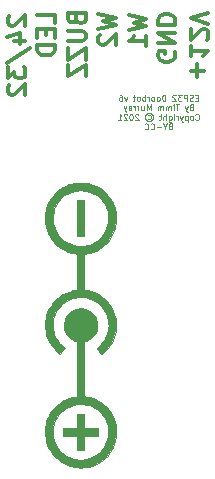
<source format=gbr>
%TF.GenerationSoftware,KiCad,Pcbnew,8.0.9-8.0.9-0~ubuntu24.04.1*%
%TF.CreationDate,2025-09-28T08:38:58-05:00*%
%TF.ProjectId,esp32_doorbot,65737033-325f-4646-9f6f-72626f742e6b,rev?*%
%TF.SameCoordinates,Original*%
%TF.FileFunction,Legend,Bot*%
%TF.FilePolarity,Positive*%
%FSLAX46Y46*%
G04 Gerber Fmt 4.6, Leading zero omitted, Abs format (unit mm)*
G04 Created by KiCad (PCBNEW 8.0.9-8.0.9-0~ubuntu24.04.1) date 2025-09-28 08:38:58*
%MOMM*%
%LPD*%
G01*
G04 APERTURE LIST*
%ADD10C,0.300000*%
%ADD11C,0.100000*%
%ADD12C,0.010000*%
G04 APERTURE END LIST*
D10*
X105171185Y-101817858D02*
X105099757Y-101889286D01*
X105099757Y-101889286D02*
X105028328Y-102032144D01*
X105028328Y-102032144D02*
X105028328Y-102389286D01*
X105028328Y-102389286D02*
X105099757Y-102532144D01*
X105099757Y-102532144D02*
X105171185Y-102603572D01*
X105171185Y-102603572D02*
X105314042Y-102675001D01*
X105314042Y-102675001D02*
X105456900Y-102675001D01*
X105456900Y-102675001D02*
X105671185Y-102603572D01*
X105671185Y-102603572D02*
X106528328Y-101746429D01*
X106528328Y-101746429D02*
X106528328Y-102675001D01*
X105528328Y-103960715D02*
X106528328Y-103960715D01*
X104956900Y-103603572D02*
X106028328Y-103246429D01*
X106028328Y-103246429D02*
X106028328Y-104175000D01*
X104956900Y-105817857D02*
X106885471Y-104532143D01*
X105028328Y-106175000D02*
X105028328Y-107103572D01*
X105028328Y-107103572D02*
X105599757Y-106603572D01*
X105599757Y-106603572D02*
X105599757Y-106817857D01*
X105599757Y-106817857D02*
X105671185Y-106960715D01*
X105671185Y-106960715D02*
X105742614Y-107032143D01*
X105742614Y-107032143D02*
X105885471Y-107103572D01*
X105885471Y-107103572D02*
X106242614Y-107103572D01*
X106242614Y-107103572D02*
X106385471Y-107032143D01*
X106385471Y-107032143D02*
X106456900Y-106960715D01*
X106456900Y-106960715D02*
X106528328Y-106817857D01*
X106528328Y-106817857D02*
X106528328Y-106389286D01*
X106528328Y-106389286D02*
X106456900Y-106246429D01*
X106456900Y-106246429D02*
X106385471Y-106175000D01*
X105171185Y-107675000D02*
X105099757Y-107746428D01*
X105099757Y-107746428D02*
X105028328Y-107889286D01*
X105028328Y-107889286D02*
X105028328Y-108246428D01*
X105028328Y-108246428D02*
X105099757Y-108389286D01*
X105099757Y-108389286D02*
X105171185Y-108460714D01*
X105171185Y-108460714D02*
X105314042Y-108532143D01*
X105314042Y-108532143D02*
X105456900Y-108532143D01*
X105456900Y-108532143D02*
X105671185Y-108460714D01*
X105671185Y-108460714D02*
X106528328Y-107603571D01*
X106528328Y-107603571D02*
X106528328Y-108532143D01*
X110842614Y-102092857D02*
X110914042Y-102307143D01*
X110914042Y-102307143D02*
X110985471Y-102378572D01*
X110985471Y-102378572D02*
X111128328Y-102450000D01*
X111128328Y-102450000D02*
X111342614Y-102450000D01*
X111342614Y-102450000D02*
X111485471Y-102378572D01*
X111485471Y-102378572D02*
X111556900Y-102307143D01*
X111556900Y-102307143D02*
X111628328Y-102164286D01*
X111628328Y-102164286D02*
X111628328Y-101592857D01*
X111628328Y-101592857D02*
X110128328Y-101592857D01*
X110128328Y-101592857D02*
X110128328Y-102092857D01*
X110128328Y-102092857D02*
X110199757Y-102235715D01*
X110199757Y-102235715D02*
X110271185Y-102307143D01*
X110271185Y-102307143D02*
X110414042Y-102378572D01*
X110414042Y-102378572D02*
X110556900Y-102378572D01*
X110556900Y-102378572D02*
X110699757Y-102307143D01*
X110699757Y-102307143D02*
X110771185Y-102235715D01*
X110771185Y-102235715D02*
X110842614Y-102092857D01*
X110842614Y-102092857D02*
X110842614Y-101592857D01*
X110128328Y-103092857D02*
X111342614Y-103092857D01*
X111342614Y-103092857D02*
X111485471Y-103164286D01*
X111485471Y-103164286D02*
X111556900Y-103235715D01*
X111556900Y-103235715D02*
X111628328Y-103378572D01*
X111628328Y-103378572D02*
X111628328Y-103664286D01*
X111628328Y-103664286D02*
X111556900Y-103807143D01*
X111556900Y-103807143D02*
X111485471Y-103878572D01*
X111485471Y-103878572D02*
X111342614Y-103950000D01*
X111342614Y-103950000D02*
X110128328Y-103950000D01*
X110128328Y-104521429D02*
X110128328Y-105521429D01*
X110128328Y-105521429D02*
X111628328Y-104521429D01*
X111628328Y-104521429D02*
X111628328Y-105521429D01*
X110128328Y-105950000D02*
X110128328Y-106950000D01*
X110128328Y-106950000D02*
X111628328Y-105950000D01*
X111628328Y-105950000D02*
X111628328Y-106950000D01*
X121093100Y-107042856D02*
X121093100Y-105899999D01*
X120521671Y-106471427D02*
X121664528Y-106471427D01*
X120521671Y-104399998D02*
X120521671Y-105257141D01*
X120521671Y-104828570D02*
X122021671Y-104828570D01*
X122021671Y-104828570D02*
X121807385Y-104971427D01*
X121807385Y-104971427D02*
X121664528Y-105114284D01*
X121664528Y-105114284D02*
X121593100Y-105257141D01*
X121878814Y-103828570D02*
X121950242Y-103757142D01*
X121950242Y-103757142D02*
X122021671Y-103614285D01*
X122021671Y-103614285D02*
X122021671Y-103257142D01*
X122021671Y-103257142D02*
X121950242Y-103114285D01*
X121950242Y-103114285D02*
X121878814Y-103042856D01*
X121878814Y-103042856D02*
X121735957Y-102971427D01*
X121735957Y-102971427D02*
X121593100Y-102971427D01*
X121593100Y-102971427D02*
X121378814Y-103042856D01*
X121378814Y-103042856D02*
X120521671Y-103899999D01*
X120521671Y-103899999D02*
X120521671Y-102971427D01*
X122021671Y-102542856D02*
X120521671Y-102042856D01*
X120521671Y-102042856D02*
X122021671Y-101542856D01*
X112703328Y-101642857D02*
X114203328Y-102000000D01*
X114203328Y-102000000D02*
X113131900Y-102285714D01*
X113131900Y-102285714D02*
X114203328Y-102571429D01*
X114203328Y-102571429D02*
X112703328Y-102928572D01*
X112846185Y-103428572D02*
X112774757Y-103500000D01*
X112774757Y-103500000D02*
X112703328Y-103642858D01*
X112703328Y-103642858D02*
X112703328Y-104000000D01*
X112703328Y-104000000D02*
X112774757Y-104142858D01*
X112774757Y-104142858D02*
X112846185Y-104214286D01*
X112846185Y-104214286D02*
X112989042Y-104285715D01*
X112989042Y-104285715D02*
X113131900Y-104285715D01*
X113131900Y-104285715D02*
X113346185Y-104214286D01*
X113346185Y-104214286D02*
X114203328Y-103357143D01*
X114203328Y-103357143D02*
X114203328Y-104285715D01*
X115253328Y-101767857D02*
X116753328Y-102125000D01*
X116753328Y-102125000D02*
X115681900Y-102410714D01*
X115681900Y-102410714D02*
X116753328Y-102696429D01*
X116753328Y-102696429D02*
X115253328Y-103053572D01*
X116753328Y-104410715D02*
X116753328Y-103553572D01*
X116753328Y-103982143D02*
X115253328Y-103982143D01*
X115253328Y-103982143D02*
X115467614Y-103839286D01*
X115467614Y-103839286D02*
X115610471Y-103696429D01*
X115610471Y-103696429D02*
X115681900Y-103553572D01*
X109028328Y-102460714D02*
X109028328Y-101746428D01*
X109028328Y-101746428D02*
X107528328Y-101746428D01*
X108242614Y-102960714D02*
X108242614Y-103460714D01*
X109028328Y-103675000D02*
X109028328Y-102960714D01*
X109028328Y-102960714D02*
X107528328Y-102960714D01*
X107528328Y-102960714D02*
X107528328Y-103675000D01*
X109028328Y-104317857D02*
X107528328Y-104317857D01*
X107528328Y-104317857D02*
X107528328Y-104675000D01*
X107528328Y-104675000D02*
X107599757Y-104889286D01*
X107599757Y-104889286D02*
X107742614Y-105032143D01*
X107742614Y-105032143D02*
X107885471Y-105103572D01*
X107885471Y-105103572D02*
X108171185Y-105175000D01*
X108171185Y-105175000D02*
X108385471Y-105175000D01*
X108385471Y-105175000D02*
X108671185Y-105103572D01*
X108671185Y-105103572D02*
X108814042Y-105032143D01*
X108814042Y-105032143D02*
X108956900Y-104889286D01*
X108956900Y-104889286D02*
X109028328Y-104675000D01*
X109028328Y-104675000D02*
X109028328Y-104317857D01*
X119150242Y-104842856D02*
X119221671Y-104985714D01*
X119221671Y-104985714D02*
X119221671Y-105199999D01*
X119221671Y-105199999D02*
X119150242Y-105414285D01*
X119150242Y-105414285D02*
X119007385Y-105557142D01*
X119007385Y-105557142D02*
X118864528Y-105628571D01*
X118864528Y-105628571D02*
X118578814Y-105699999D01*
X118578814Y-105699999D02*
X118364528Y-105699999D01*
X118364528Y-105699999D02*
X118078814Y-105628571D01*
X118078814Y-105628571D02*
X117935957Y-105557142D01*
X117935957Y-105557142D02*
X117793100Y-105414285D01*
X117793100Y-105414285D02*
X117721671Y-105199999D01*
X117721671Y-105199999D02*
X117721671Y-105057142D01*
X117721671Y-105057142D02*
X117793100Y-104842856D01*
X117793100Y-104842856D02*
X117864528Y-104771428D01*
X117864528Y-104771428D02*
X118364528Y-104771428D01*
X118364528Y-104771428D02*
X118364528Y-105057142D01*
X117721671Y-104128571D02*
X119221671Y-104128571D01*
X119221671Y-104128571D02*
X117721671Y-103271428D01*
X117721671Y-103271428D02*
X119221671Y-103271428D01*
X117721671Y-102557142D02*
X119221671Y-102557142D01*
X119221671Y-102557142D02*
X119221671Y-102199999D01*
X119221671Y-102199999D02*
X119150242Y-101985713D01*
X119150242Y-101985713D02*
X119007385Y-101842856D01*
X119007385Y-101842856D02*
X118864528Y-101771427D01*
X118864528Y-101771427D02*
X118578814Y-101699999D01*
X118578814Y-101699999D02*
X118364528Y-101699999D01*
X118364528Y-101699999D02*
X118078814Y-101771427D01*
X118078814Y-101771427D02*
X117935957Y-101842856D01*
X117935957Y-101842856D02*
X117793100Y-101985713D01*
X117793100Y-101985713D02*
X117721671Y-102199999D01*
X117721671Y-102199999D02*
X117721671Y-102557142D01*
D11*
X121133331Y-108756746D02*
X120966664Y-108756746D01*
X120895236Y-109018651D02*
X121133331Y-109018651D01*
X121133331Y-109018651D02*
X121133331Y-108518651D01*
X121133331Y-108518651D02*
X120895236Y-108518651D01*
X120704759Y-108994842D02*
X120633331Y-109018651D01*
X120633331Y-109018651D02*
X120514283Y-109018651D01*
X120514283Y-109018651D02*
X120466664Y-108994842D01*
X120466664Y-108994842D02*
X120442855Y-108971032D01*
X120442855Y-108971032D02*
X120419045Y-108923413D01*
X120419045Y-108923413D02*
X120419045Y-108875794D01*
X120419045Y-108875794D02*
X120442855Y-108828175D01*
X120442855Y-108828175D02*
X120466664Y-108804365D01*
X120466664Y-108804365D02*
X120514283Y-108780556D01*
X120514283Y-108780556D02*
X120609521Y-108756746D01*
X120609521Y-108756746D02*
X120657140Y-108732937D01*
X120657140Y-108732937D02*
X120680950Y-108709127D01*
X120680950Y-108709127D02*
X120704759Y-108661508D01*
X120704759Y-108661508D02*
X120704759Y-108613889D01*
X120704759Y-108613889D02*
X120680950Y-108566270D01*
X120680950Y-108566270D02*
X120657140Y-108542461D01*
X120657140Y-108542461D02*
X120609521Y-108518651D01*
X120609521Y-108518651D02*
X120490474Y-108518651D01*
X120490474Y-108518651D02*
X120419045Y-108542461D01*
X120204760Y-109018651D02*
X120204760Y-108518651D01*
X120204760Y-108518651D02*
X120014284Y-108518651D01*
X120014284Y-108518651D02*
X119966665Y-108542461D01*
X119966665Y-108542461D02*
X119942855Y-108566270D01*
X119942855Y-108566270D02*
X119919046Y-108613889D01*
X119919046Y-108613889D02*
X119919046Y-108685318D01*
X119919046Y-108685318D02*
X119942855Y-108732937D01*
X119942855Y-108732937D02*
X119966665Y-108756746D01*
X119966665Y-108756746D02*
X120014284Y-108780556D01*
X120014284Y-108780556D02*
X120204760Y-108780556D01*
X119752379Y-108518651D02*
X119442855Y-108518651D01*
X119442855Y-108518651D02*
X119609522Y-108709127D01*
X119609522Y-108709127D02*
X119538093Y-108709127D01*
X119538093Y-108709127D02*
X119490474Y-108732937D01*
X119490474Y-108732937D02*
X119466665Y-108756746D01*
X119466665Y-108756746D02*
X119442855Y-108804365D01*
X119442855Y-108804365D02*
X119442855Y-108923413D01*
X119442855Y-108923413D02*
X119466665Y-108971032D01*
X119466665Y-108971032D02*
X119490474Y-108994842D01*
X119490474Y-108994842D02*
X119538093Y-109018651D01*
X119538093Y-109018651D02*
X119680950Y-109018651D01*
X119680950Y-109018651D02*
X119728569Y-108994842D01*
X119728569Y-108994842D02*
X119752379Y-108971032D01*
X119252379Y-108566270D02*
X119228570Y-108542461D01*
X119228570Y-108542461D02*
X119180951Y-108518651D01*
X119180951Y-108518651D02*
X119061903Y-108518651D01*
X119061903Y-108518651D02*
X119014284Y-108542461D01*
X119014284Y-108542461D02*
X118990475Y-108566270D01*
X118990475Y-108566270D02*
X118966665Y-108613889D01*
X118966665Y-108613889D02*
X118966665Y-108661508D01*
X118966665Y-108661508D02*
X118990475Y-108732937D01*
X118990475Y-108732937D02*
X119276189Y-109018651D01*
X119276189Y-109018651D02*
X118966665Y-109018651D01*
X118371428Y-109018651D02*
X118371428Y-108518651D01*
X118371428Y-108518651D02*
X118252380Y-108518651D01*
X118252380Y-108518651D02*
X118180952Y-108542461D01*
X118180952Y-108542461D02*
X118133333Y-108590080D01*
X118133333Y-108590080D02*
X118109523Y-108637699D01*
X118109523Y-108637699D02*
X118085714Y-108732937D01*
X118085714Y-108732937D02*
X118085714Y-108804365D01*
X118085714Y-108804365D02*
X118109523Y-108899603D01*
X118109523Y-108899603D02*
X118133333Y-108947222D01*
X118133333Y-108947222D02*
X118180952Y-108994842D01*
X118180952Y-108994842D02*
X118252380Y-109018651D01*
X118252380Y-109018651D02*
X118371428Y-109018651D01*
X117799999Y-109018651D02*
X117847618Y-108994842D01*
X117847618Y-108994842D02*
X117871428Y-108971032D01*
X117871428Y-108971032D02*
X117895237Y-108923413D01*
X117895237Y-108923413D02*
X117895237Y-108780556D01*
X117895237Y-108780556D02*
X117871428Y-108732937D01*
X117871428Y-108732937D02*
X117847618Y-108709127D01*
X117847618Y-108709127D02*
X117799999Y-108685318D01*
X117799999Y-108685318D02*
X117728571Y-108685318D01*
X117728571Y-108685318D02*
X117680952Y-108709127D01*
X117680952Y-108709127D02*
X117657142Y-108732937D01*
X117657142Y-108732937D02*
X117633333Y-108780556D01*
X117633333Y-108780556D02*
X117633333Y-108923413D01*
X117633333Y-108923413D02*
X117657142Y-108971032D01*
X117657142Y-108971032D02*
X117680952Y-108994842D01*
X117680952Y-108994842D02*
X117728571Y-109018651D01*
X117728571Y-109018651D02*
X117799999Y-109018651D01*
X117347618Y-109018651D02*
X117395237Y-108994842D01*
X117395237Y-108994842D02*
X117419047Y-108971032D01*
X117419047Y-108971032D02*
X117442856Y-108923413D01*
X117442856Y-108923413D02*
X117442856Y-108780556D01*
X117442856Y-108780556D02*
X117419047Y-108732937D01*
X117419047Y-108732937D02*
X117395237Y-108709127D01*
X117395237Y-108709127D02*
X117347618Y-108685318D01*
X117347618Y-108685318D02*
X117276190Y-108685318D01*
X117276190Y-108685318D02*
X117228571Y-108709127D01*
X117228571Y-108709127D02*
X117204761Y-108732937D01*
X117204761Y-108732937D02*
X117180952Y-108780556D01*
X117180952Y-108780556D02*
X117180952Y-108923413D01*
X117180952Y-108923413D02*
X117204761Y-108971032D01*
X117204761Y-108971032D02*
X117228571Y-108994842D01*
X117228571Y-108994842D02*
X117276190Y-109018651D01*
X117276190Y-109018651D02*
X117347618Y-109018651D01*
X116966666Y-109018651D02*
X116966666Y-108685318D01*
X116966666Y-108780556D02*
X116942856Y-108732937D01*
X116942856Y-108732937D02*
X116919047Y-108709127D01*
X116919047Y-108709127D02*
X116871428Y-108685318D01*
X116871428Y-108685318D02*
X116823809Y-108685318D01*
X116657142Y-109018651D02*
X116657142Y-108518651D01*
X116657142Y-108709127D02*
X116609523Y-108685318D01*
X116609523Y-108685318D02*
X116514285Y-108685318D01*
X116514285Y-108685318D02*
X116466666Y-108709127D01*
X116466666Y-108709127D02*
X116442856Y-108732937D01*
X116442856Y-108732937D02*
X116419047Y-108780556D01*
X116419047Y-108780556D02*
X116419047Y-108923413D01*
X116419047Y-108923413D02*
X116442856Y-108971032D01*
X116442856Y-108971032D02*
X116466666Y-108994842D01*
X116466666Y-108994842D02*
X116514285Y-109018651D01*
X116514285Y-109018651D02*
X116609523Y-109018651D01*
X116609523Y-109018651D02*
X116657142Y-108994842D01*
X116133332Y-109018651D02*
X116180951Y-108994842D01*
X116180951Y-108994842D02*
X116204761Y-108971032D01*
X116204761Y-108971032D02*
X116228570Y-108923413D01*
X116228570Y-108923413D02*
X116228570Y-108780556D01*
X116228570Y-108780556D02*
X116204761Y-108732937D01*
X116204761Y-108732937D02*
X116180951Y-108709127D01*
X116180951Y-108709127D02*
X116133332Y-108685318D01*
X116133332Y-108685318D02*
X116061904Y-108685318D01*
X116061904Y-108685318D02*
X116014285Y-108709127D01*
X116014285Y-108709127D02*
X115990475Y-108732937D01*
X115990475Y-108732937D02*
X115966666Y-108780556D01*
X115966666Y-108780556D02*
X115966666Y-108923413D01*
X115966666Y-108923413D02*
X115990475Y-108971032D01*
X115990475Y-108971032D02*
X116014285Y-108994842D01*
X116014285Y-108994842D02*
X116061904Y-109018651D01*
X116061904Y-109018651D02*
X116133332Y-109018651D01*
X115823808Y-108685318D02*
X115633332Y-108685318D01*
X115752380Y-108518651D02*
X115752380Y-108947222D01*
X115752380Y-108947222D02*
X115728570Y-108994842D01*
X115728570Y-108994842D02*
X115680951Y-109018651D01*
X115680951Y-109018651D02*
X115633332Y-109018651D01*
X115133333Y-108685318D02*
X115014285Y-109018651D01*
X115014285Y-109018651D02*
X114895238Y-108685318D01*
X114490476Y-108518651D02*
X114585714Y-108518651D01*
X114585714Y-108518651D02*
X114633333Y-108542461D01*
X114633333Y-108542461D02*
X114657143Y-108566270D01*
X114657143Y-108566270D02*
X114704762Y-108637699D01*
X114704762Y-108637699D02*
X114728571Y-108732937D01*
X114728571Y-108732937D02*
X114728571Y-108923413D01*
X114728571Y-108923413D02*
X114704762Y-108971032D01*
X114704762Y-108971032D02*
X114680952Y-108994842D01*
X114680952Y-108994842D02*
X114633333Y-109018651D01*
X114633333Y-109018651D02*
X114538095Y-109018651D01*
X114538095Y-109018651D02*
X114490476Y-108994842D01*
X114490476Y-108994842D02*
X114466667Y-108971032D01*
X114466667Y-108971032D02*
X114442857Y-108923413D01*
X114442857Y-108923413D02*
X114442857Y-108804365D01*
X114442857Y-108804365D02*
X114466667Y-108756746D01*
X114466667Y-108756746D02*
X114490476Y-108732937D01*
X114490476Y-108732937D02*
X114538095Y-108709127D01*
X114538095Y-108709127D02*
X114633333Y-108709127D01*
X114633333Y-108709127D02*
X114680952Y-108732937D01*
X114680952Y-108732937D02*
X114704762Y-108756746D01*
X114704762Y-108756746D02*
X114728571Y-108804365D01*
X120549999Y-109561718D02*
X120478571Y-109585528D01*
X120478571Y-109585528D02*
X120454761Y-109609337D01*
X120454761Y-109609337D02*
X120430952Y-109656956D01*
X120430952Y-109656956D02*
X120430952Y-109728385D01*
X120430952Y-109728385D02*
X120454761Y-109776004D01*
X120454761Y-109776004D02*
X120478571Y-109799814D01*
X120478571Y-109799814D02*
X120526190Y-109823623D01*
X120526190Y-109823623D02*
X120716666Y-109823623D01*
X120716666Y-109823623D02*
X120716666Y-109323623D01*
X120716666Y-109323623D02*
X120549999Y-109323623D01*
X120549999Y-109323623D02*
X120502380Y-109347433D01*
X120502380Y-109347433D02*
X120478571Y-109371242D01*
X120478571Y-109371242D02*
X120454761Y-109418861D01*
X120454761Y-109418861D02*
X120454761Y-109466480D01*
X120454761Y-109466480D02*
X120478571Y-109514099D01*
X120478571Y-109514099D02*
X120502380Y-109537909D01*
X120502380Y-109537909D02*
X120549999Y-109561718D01*
X120549999Y-109561718D02*
X120716666Y-109561718D01*
X120264285Y-109490290D02*
X120145237Y-109823623D01*
X120026190Y-109490290D02*
X120145237Y-109823623D01*
X120145237Y-109823623D02*
X120192856Y-109942671D01*
X120192856Y-109942671D02*
X120216666Y-109966480D01*
X120216666Y-109966480D02*
X120264285Y-109990290D01*
X119526190Y-109323623D02*
X119240476Y-109323623D01*
X119383333Y-109823623D02*
X119383333Y-109323623D01*
X119073810Y-109823623D02*
X119073810Y-109490290D01*
X119073810Y-109323623D02*
X119097619Y-109347433D01*
X119097619Y-109347433D02*
X119073810Y-109371242D01*
X119073810Y-109371242D02*
X119050000Y-109347433D01*
X119050000Y-109347433D02*
X119073810Y-109323623D01*
X119073810Y-109323623D02*
X119073810Y-109371242D01*
X118835715Y-109823623D02*
X118835715Y-109490290D01*
X118835715Y-109537909D02*
X118811905Y-109514099D01*
X118811905Y-109514099D02*
X118764286Y-109490290D01*
X118764286Y-109490290D02*
X118692858Y-109490290D01*
X118692858Y-109490290D02*
X118645239Y-109514099D01*
X118645239Y-109514099D02*
X118621429Y-109561718D01*
X118621429Y-109561718D02*
X118621429Y-109823623D01*
X118621429Y-109561718D02*
X118597620Y-109514099D01*
X118597620Y-109514099D02*
X118550001Y-109490290D01*
X118550001Y-109490290D02*
X118478572Y-109490290D01*
X118478572Y-109490290D02*
X118430953Y-109514099D01*
X118430953Y-109514099D02*
X118407143Y-109561718D01*
X118407143Y-109561718D02*
X118407143Y-109823623D01*
X118169048Y-109823623D02*
X118169048Y-109490290D01*
X118169048Y-109537909D02*
X118145238Y-109514099D01*
X118145238Y-109514099D02*
X118097619Y-109490290D01*
X118097619Y-109490290D02*
X118026191Y-109490290D01*
X118026191Y-109490290D02*
X117978572Y-109514099D01*
X117978572Y-109514099D02*
X117954762Y-109561718D01*
X117954762Y-109561718D02*
X117954762Y-109823623D01*
X117954762Y-109561718D02*
X117930953Y-109514099D01*
X117930953Y-109514099D02*
X117883334Y-109490290D01*
X117883334Y-109490290D02*
X117811905Y-109490290D01*
X117811905Y-109490290D02*
X117764286Y-109514099D01*
X117764286Y-109514099D02*
X117740476Y-109561718D01*
X117740476Y-109561718D02*
X117740476Y-109823623D01*
X117121429Y-109823623D02*
X117121429Y-109323623D01*
X117121429Y-109323623D02*
X116954762Y-109680766D01*
X116954762Y-109680766D02*
X116788096Y-109323623D01*
X116788096Y-109323623D02*
X116788096Y-109823623D01*
X116335714Y-109490290D02*
X116335714Y-109823623D01*
X116550000Y-109490290D02*
X116550000Y-109752194D01*
X116550000Y-109752194D02*
X116526190Y-109799814D01*
X116526190Y-109799814D02*
X116478571Y-109823623D01*
X116478571Y-109823623D02*
X116407143Y-109823623D01*
X116407143Y-109823623D02*
X116359524Y-109799814D01*
X116359524Y-109799814D02*
X116335714Y-109776004D01*
X116097619Y-109823623D02*
X116097619Y-109490290D01*
X116097619Y-109585528D02*
X116073809Y-109537909D01*
X116073809Y-109537909D02*
X116050000Y-109514099D01*
X116050000Y-109514099D02*
X116002381Y-109490290D01*
X116002381Y-109490290D02*
X115954762Y-109490290D01*
X115788095Y-109823623D02*
X115788095Y-109490290D01*
X115788095Y-109585528D02*
X115764285Y-109537909D01*
X115764285Y-109537909D02*
X115740476Y-109514099D01*
X115740476Y-109514099D02*
X115692857Y-109490290D01*
X115692857Y-109490290D02*
X115645238Y-109490290D01*
X115264285Y-109823623D02*
X115264285Y-109561718D01*
X115264285Y-109561718D02*
X115288095Y-109514099D01*
X115288095Y-109514099D02*
X115335714Y-109490290D01*
X115335714Y-109490290D02*
X115430952Y-109490290D01*
X115430952Y-109490290D02*
X115478571Y-109514099D01*
X115264285Y-109799814D02*
X115311904Y-109823623D01*
X115311904Y-109823623D02*
X115430952Y-109823623D01*
X115430952Y-109823623D02*
X115478571Y-109799814D01*
X115478571Y-109799814D02*
X115502380Y-109752194D01*
X115502380Y-109752194D02*
X115502380Y-109704575D01*
X115502380Y-109704575D02*
X115478571Y-109656956D01*
X115478571Y-109656956D02*
X115430952Y-109633147D01*
X115430952Y-109633147D02*
X115311904Y-109633147D01*
X115311904Y-109633147D02*
X115264285Y-109609337D01*
X115073809Y-109490290D02*
X114954761Y-109823623D01*
X114835714Y-109490290D02*
X114954761Y-109823623D01*
X114954761Y-109823623D02*
X115002380Y-109942671D01*
X115002380Y-109942671D02*
X115026190Y-109966480D01*
X115026190Y-109966480D02*
X115073809Y-109990290D01*
X120919046Y-110580976D02*
X120942855Y-110604786D01*
X120942855Y-110604786D02*
X121014284Y-110628595D01*
X121014284Y-110628595D02*
X121061903Y-110628595D01*
X121061903Y-110628595D02*
X121133331Y-110604786D01*
X121133331Y-110604786D02*
X121180950Y-110557166D01*
X121180950Y-110557166D02*
X121204760Y-110509547D01*
X121204760Y-110509547D02*
X121228569Y-110414309D01*
X121228569Y-110414309D02*
X121228569Y-110342881D01*
X121228569Y-110342881D02*
X121204760Y-110247643D01*
X121204760Y-110247643D02*
X121180950Y-110200024D01*
X121180950Y-110200024D02*
X121133331Y-110152405D01*
X121133331Y-110152405D02*
X121061903Y-110128595D01*
X121061903Y-110128595D02*
X121014284Y-110128595D01*
X121014284Y-110128595D02*
X120942855Y-110152405D01*
X120942855Y-110152405D02*
X120919046Y-110176214D01*
X120633331Y-110628595D02*
X120680950Y-110604786D01*
X120680950Y-110604786D02*
X120704760Y-110580976D01*
X120704760Y-110580976D02*
X120728569Y-110533357D01*
X120728569Y-110533357D02*
X120728569Y-110390500D01*
X120728569Y-110390500D02*
X120704760Y-110342881D01*
X120704760Y-110342881D02*
X120680950Y-110319071D01*
X120680950Y-110319071D02*
X120633331Y-110295262D01*
X120633331Y-110295262D02*
X120561903Y-110295262D01*
X120561903Y-110295262D02*
X120514284Y-110319071D01*
X120514284Y-110319071D02*
X120490474Y-110342881D01*
X120490474Y-110342881D02*
X120466665Y-110390500D01*
X120466665Y-110390500D02*
X120466665Y-110533357D01*
X120466665Y-110533357D02*
X120490474Y-110580976D01*
X120490474Y-110580976D02*
X120514284Y-110604786D01*
X120514284Y-110604786D02*
X120561903Y-110628595D01*
X120561903Y-110628595D02*
X120633331Y-110628595D01*
X120252379Y-110295262D02*
X120252379Y-110795262D01*
X120252379Y-110319071D02*
X120204760Y-110295262D01*
X120204760Y-110295262D02*
X120109522Y-110295262D01*
X120109522Y-110295262D02*
X120061903Y-110319071D01*
X120061903Y-110319071D02*
X120038093Y-110342881D01*
X120038093Y-110342881D02*
X120014284Y-110390500D01*
X120014284Y-110390500D02*
X120014284Y-110533357D01*
X120014284Y-110533357D02*
X120038093Y-110580976D01*
X120038093Y-110580976D02*
X120061903Y-110604786D01*
X120061903Y-110604786D02*
X120109522Y-110628595D01*
X120109522Y-110628595D02*
X120204760Y-110628595D01*
X120204760Y-110628595D02*
X120252379Y-110604786D01*
X119847617Y-110295262D02*
X119728569Y-110628595D01*
X119609522Y-110295262D02*
X119728569Y-110628595D01*
X119728569Y-110628595D02*
X119776188Y-110747643D01*
X119776188Y-110747643D02*
X119799998Y-110771452D01*
X119799998Y-110771452D02*
X119847617Y-110795262D01*
X119419046Y-110628595D02*
X119419046Y-110295262D01*
X119419046Y-110390500D02*
X119395236Y-110342881D01*
X119395236Y-110342881D02*
X119371427Y-110319071D01*
X119371427Y-110319071D02*
X119323808Y-110295262D01*
X119323808Y-110295262D02*
X119276189Y-110295262D01*
X119109522Y-110628595D02*
X119109522Y-110295262D01*
X119109522Y-110128595D02*
X119133331Y-110152405D01*
X119133331Y-110152405D02*
X119109522Y-110176214D01*
X119109522Y-110176214D02*
X119085712Y-110152405D01*
X119085712Y-110152405D02*
X119109522Y-110128595D01*
X119109522Y-110128595D02*
X119109522Y-110176214D01*
X118657141Y-110295262D02*
X118657141Y-110700024D01*
X118657141Y-110700024D02*
X118680951Y-110747643D01*
X118680951Y-110747643D02*
X118704760Y-110771452D01*
X118704760Y-110771452D02*
X118752379Y-110795262D01*
X118752379Y-110795262D02*
X118823808Y-110795262D01*
X118823808Y-110795262D02*
X118871427Y-110771452D01*
X118657141Y-110604786D02*
X118704760Y-110628595D01*
X118704760Y-110628595D02*
X118799998Y-110628595D01*
X118799998Y-110628595D02*
X118847617Y-110604786D01*
X118847617Y-110604786D02*
X118871427Y-110580976D01*
X118871427Y-110580976D02*
X118895236Y-110533357D01*
X118895236Y-110533357D02*
X118895236Y-110390500D01*
X118895236Y-110390500D02*
X118871427Y-110342881D01*
X118871427Y-110342881D02*
X118847617Y-110319071D01*
X118847617Y-110319071D02*
X118799998Y-110295262D01*
X118799998Y-110295262D02*
X118704760Y-110295262D01*
X118704760Y-110295262D02*
X118657141Y-110319071D01*
X118419046Y-110628595D02*
X118419046Y-110128595D01*
X118204760Y-110628595D02*
X118204760Y-110366690D01*
X118204760Y-110366690D02*
X118228570Y-110319071D01*
X118228570Y-110319071D02*
X118276189Y-110295262D01*
X118276189Y-110295262D02*
X118347617Y-110295262D01*
X118347617Y-110295262D02*
X118395236Y-110319071D01*
X118395236Y-110319071D02*
X118419046Y-110342881D01*
X118038093Y-110295262D02*
X117847617Y-110295262D01*
X117966665Y-110128595D02*
X117966665Y-110557166D01*
X117966665Y-110557166D02*
X117942855Y-110604786D01*
X117942855Y-110604786D02*
X117895236Y-110628595D01*
X117895236Y-110628595D02*
X117847617Y-110628595D01*
X116895237Y-110247643D02*
X116942856Y-110223833D01*
X116942856Y-110223833D02*
X117038094Y-110223833D01*
X117038094Y-110223833D02*
X117085713Y-110247643D01*
X117085713Y-110247643D02*
X117133332Y-110295262D01*
X117133332Y-110295262D02*
X117157142Y-110342881D01*
X117157142Y-110342881D02*
X117157142Y-110438119D01*
X117157142Y-110438119D02*
X117133332Y-110485738D01*
X117133332Y-110485738D02*
X117085713Y-110533357D01*
X117085713Y-110533357D02*
X117038094Y-110557166D01*
X117038094Y-110557166D02*
X116942856Y-110557166D01*
X116942856Y-110557166D02*
X116895237Y-110533357D01*
X116990475Y-110057166D02*
X117109523Y-110080976D01*
X117109523Y-110080976D02*
X117228570Y-110152405D01*
X117228570Y-110152405D02*
X117299999Y-110271452D01*
X117299999Y-110271452D02*
X117323808Y-110390500D01*
X117323808Y-110390500D02*
X117299999Y-110509547D01*
X117299999Y-110509547D02*
X117228570Y-110628595D01*
X117228570Y-110628595D02*
X117109523Y-110700024D01*
X117109523Y-110700024D02*
X116990475Y-110723833D01*
X116990475Y-110723833D02*
X116871427Y-110700024D01*
X116871427Y-110700024D02*
X116752380Y-110628595D01*
X116752380Y-110628595D02*
X116680951Y-110509547D01*
X116680951Y-110509547D02*
X116657142Y-110390500D01*
X116657142Y-110390500D02*
X116680951Y-110271452D01*
X116680951Y-110271452D02*
X116752380Y-110152405D01*
X116752380Y-110152405D02*
X116871427Y-110080976D01*
X116871427Y-110080976D02*
X116990475Y-110057166D01*
X116085713Y-110176214D02*
X116061904Y-110152405D01*
X116061904Y-110152405D02*
X116014285Y-110128595D01*
X116014285Y-110128595D02*
X115895237Y-110128595D01*
X115895237Y-110128595D02*
X115847618Y-110152405D01*
X115847618Y-110152405D02*
X115823809Y-110176214D01*
X115823809Y-110176214D02*
X115799999Y-110223833D01*
X115799999Y-110223833D02*
X115799999Y-110271452D01*
X115799999Y-110271452D02*
X115823809Y-110342881D01*
X115823809Y-110342881D02*
X116109523Y-110628595D01*
X116109523Y-110628595D02*
X115799999Y-110628595D01*
X115490476Y-110128595D02*
X115442857Y-110128595D01*
X115442857Y-110128595D02*
X115395238Y-110152405D01*
X115395238Y-110152405D02*
X115371428Y-110176214D01*
X115371428Y-110176214D02*
X115347619Y-110223833D01*
X115347619Y-110223833D02*
X115323809Y-110319071D01*
X115323809Y-110319071D02*
X115323809Y-110438119D01*
X115323809Y-110438119D02*
X115347619Y-110533357D01*
X115347619Y-110533357D02*
X115371428Y-110580976D01*
X115371428Y-110580976D02*
X115395238Y-110604786D01*
X115395238Y-110604786D02*
X115442857Y-110628595D01*
X115442857Y-110628595D02*
X115490476Y-110628595D01*
X115490476Y-110628595D02*
X115538095Y-110604786D01*
X115538095Y-110604786D02*
X115561904Y-110580976D01*
X115561904Y-110580976D02*
X115585714Y-110533357D01*
X115585714Y-110533357D02*
X115609523Y-110438119D01*
X115609523Y-110438119D02*
X115609523Y-110319071D01*
X115609523Y-110319071D02*
X115585714Y-110223833D01*
X115585714Y-110223833D02*
X115561904Y-110176214D01*
X115561904Y-110176214D02*
X115538095Y-110152405D01*
X115538095Y-110152405D02*
X115490476Y-110128595D01*
X115133333Y-110176214D02*
X115109524Y-110152405D01*
X115109524Y-110152405D02*
X115061905Y-110128595D01*
X115061905Y-110128595D02*
X114942857Y-110128595D01*
X114942857Y-110128595D02*
X114895238Y-110152405D01*
X114895238Y-110152405D02*
X114871429Y-110176214D01*
X114871429Y-110176214D02*
X114847619Y-110223833D01*
X114847619Y-110223833D02*
X114847619Y-110271452D01*
X114847619Y-110271452D02*
X114871429Y-110342881D01*
X114871429Y-110342881D02*
X115157143Y-110628595D01*
X115157143Y-110628595D02*
X114847619Y-110628595D01*
X114371429Y-110628595D02*
X114657143Y-110628595D01*
X114514286Y-110628595D02*
X114514286Y-110128595D01*
X114514286Y-110128595D02*
X114561905Y-110200024D01*
X114561905Y-110200024D02*
X114609524Y-110247643D01*
X114609524Y-110247643D02*
X114657143Y-110271452D01*
X118788094Y-111171662D02*
X118716666Y-111195472D01*
X118716666Y-111195472D02*
X118692856Y-111219281D01*
X118692856Y-111219281D02*
X118669047Y-111266900D01*
X118669047Y-111266900D02*
X118669047Y-111338329D01*
X118669047Y-111338329D02*
X118692856Y-111385948D01*
X118692856Y-111385948D02*
X118716666Y-111409758D01*
X118716666Y-111409758D02*
X118764285Y-111433567D01*
X118764285Y-111433567D02*
X118954761Y-111433567D01*
X118954761Y-111433567D02*
X118954761Y-110933567D01*
X118954761Y-110933567D02*
X118788094Y-110933567D01*
X118788094Y-110933567D02*
X118740475Y-110957377D01*
X118740475Y-110957377D02*
X118716666Y-110981186D01*
X118716666Y-110981186D02*
X118692856Y-111028805D01*
X118692856Y-111028805D02*
X118692856Y-111076424D01*
X118692856Y-111076424D02*
X118716666Y-111124043D01*
X118716666Y-111124043D02*
X118740475Y-111147853D01*
X118740475Y-111147853D02*
X118788094Y-111171662D01*
X118788094Y-111171662D02*
X118954761Y-111171662D01*
X118359523Y-111195472D02*
X118359523Y-111433567D01*
X118526189Y-110933567D02*
X118359523Y-111195472D01*
X118359523Y-111195472D02*
X118192856Y-110933567D01*
X118026190Y-111243091D02*
X117645238Y-111243091D01*
X117121428Y-111385948D02*
X117145237Y-111409758D01*
X117145237Y-111409758D02*
X117216666Y-111433567D01*
X117216666Y-111433567D02*
X117264285Y-111433567D01*
X117264285Y-111433567D02*
X117335713Y-111409758D01*
X117335713Y-111409758D02*
X117383332Y-111362138D01*
X117383332Y-111362138D02*
X117407142Y-111314519D01*
X117407142Y-111314519D02*
X117430951Y-111219281D01*
X117430951Y-111219281D02*
X117430951Y-111147853D01*
X117430951Y-111147853D02*
X117407142Y-111052615D01*
X117407142Y-111052615D02*
X117383332Y-111004996D01*
X117383332Y-111004996D02*
X117335713Y-110957377D01*
X117335713Y-110957377D02*
X117264285Y-110933567D01*
X117264285Y-110933567D02*
X117216666Y-110933567D01*
X117216666Y-110933567D02*
X117145237Y-110957377D01*
X117145237Y-110957377D02*
X117121428Y-110981186D01*
X116621428Y-111385948D02*
X116645237Y-111409758D01*
X116645237Y-111409758D02*
X116716666Y-111433567D01*
X116716666Y-111433567D02*
X116764285Y-111433567D01*
X116764285Y-111433567D02*
X116835713Y-111409758D01*
X116835713Y-111409758D02*
X116883332Y-111362138D01*
X116883332Y-111362138D02*
X116907142Y-111314519D01*
X116907142Y-111314519D02*
X116930951Y-111219281D01*
X116930951Y-111219281D02*
X116930951Y-111147853D01*
X116930951Y-111147853D02*
X116907142Y-111052615D01*
X116907142Y-111052615D02*
X116883332Y-111004996D01*
X116883332Y-111004996D02*
X116835713Y-110957377D01*
X116835713Y-110957377D02*
X116764285Y-110933567D01*
X116764285Y-110933567D02*
X116716666Y-110933567D01*
X116716666Y-110933567D02*
X116645237Y-110957377D01*
X116645237Y-110957377D02*
X116621428Y-110981186D01*
D12*
%TO.C,REF\u002A\u002A*%
X111501782Y-120468020D02*
X110898218Y-120468020D01*
X110898218Y-117450198D01*
X111501782Y-117450198D01*
X111501782Y-120468020D01*
G36*
X111501782Y-120468020D02*
G01*
X110898218Y-120468020D01*
X110898218Y-117450198D01*
X111501782Y-117450198D01*
X111501782Y-120468020D01*
G37*
X111501782Y-136751684D02*
X112708911Y-136751684D01*
X112708911Y-137355248D01*
X111501782Y-137355248D01*
X111501782Y-138562377D01*
X110898218Y-138562377D01*
X110898218Y-137355248D01*
X109691089Y-137355248D01*
X109691089Y-136751927D01*
X110291510Y-136748662D01*
X110891931Y-136745396D01*
X110895196Y-136144976D01*
X110898462Y-135544555D01*
X111501782Y-135544555D01*
X111501782Y-136751684D01*
G36*
X111501782Y-136751684D02*
G01*
X112708911Y-136751684D01*
X112708911Y-137355248D01*
X111501782Y-137355248D01*
X111501782Y-138562377D01*
X110898218Y-138562377D01*
X110898218Y-137355248D01*
X109691089Y-137355248D01*
X109691089Y-136751927D01*
X110291510Y-136748662D01*
X110891931Y-136745396D01*
X110895196Y-136144976D01*
X110898462Y-135544555D01*
X111501782Y-135544555D01*
X111501782Y-136751684D01*
G37*
X111204344Y-126598155D02*
X111308158Y-126599573D01*
X111491073Y-126624798D01*
X111672636Y-126673386D01*
X111756607Y-126704733D01*
X111912292Y-126781725D01*
X112058261Y-126880539D01*
X112196705Y-127002553D01*
X112273625Y-127085445D01*
X112379829Y-127228283D01*
X112465503Y-127381907D01*
X112530650Y-127544023D01*
X112575275Y-127712336D01*
X112599379Y-127884550D01*
X112602966Y-128058372D01*
X112586040Y-128231506D01*
X112548604Y-128401658D01*
X112490661Y-128566533D01*
X112412215Y-128723836D01*
X112313268Y-128871272D01*
X112193825Y-129006547D01*
X112152660Y-129045915D01*
X112048478Y-129132957D01*
X111937391Y-129207193D01*
X111814878Y-129271105D01*
X111676421Y-129327173D01*
X111517500Y-129377880D01*
X111517256Y-129378011D01*
X111515290Y-129384176D01*
X111513486Y-129400026D01*
X111511840Y-129426471D01*
X111510343Y-129464421D01*
X111508992Y-129514785D01*
X111507778Y-129578473D01*
X111506697Y-129656394D01*
X111505742Y-129749459D01*
X111504907Y-129858576D01*
X111504186Y-129984655D01*
X111503573Y-130128606D01*
X111503061Y-130291339D01*
X111502645Y-130473762D01*
X111502318Y-130676786D01*
X111502075Y-130901320D01*
X111501908Y-131148274D01*
X111501813Y-131418557D01*
X111501782Y-131713079D01*
X111501782Y-134043778D01*
X111655817Y-134066417D01*
X111722882Y-134077036D01*
X111979620Y-134131813D01*
X112230547Y-134207511D01*
X112472735Y-134302872D01*
X112703255Y-134416636D01*
X112919178Y-134547547D01*
X113117575Y-134694346D01*
X113127921Y-134702885D01*
X113210595Y-134775407D01*
X113300408Y-134860509D01*
X113390585Y-134951395D01*
X113474354Y-135041263D01*
X113544941Y-135123317D01*
X113643269Y-135251985D01*
X113783096Y-135466304D01*
X113905555Y-135694629D01*
X114009154Y-135933372D01*
X114092397Y-136178947D01*
X114153789Y-136427765D01*
X114191837Y-136676238D01*
X114195854Y-136714451D01*
X114202019Y-136772553D01*
X114207233Y-136821066D01*
X114210670Y-136852278D01*
X114212474Y-136874386D01*
X114214155Y-136932755D01*
X114213745Y-137008007D01*
X114211484Y-137094804D01*
X114207614Y-137187807D01*
X114202373Y-137281678D01*
X114196003Y-137371077D01*
X114188743Y-137450666D01*
X114180834Y-137515107D01*
X114132574Y-137771434D01*
X114059355Y-138035374D01*
X113963787Y-138288075D01*
X113845671Y-138530064D01*
X113704804Y-138761866D01*
X113642980Y-138850420D01*
X113475370Y-139060332D01*
X113290501Y-139252403D01*
X113089311Y-139426002D01*
X112872735Y-139580501D01*
X112641710Y-139715269D01*
X112397173Y-139829676D01*
X112140062Y-139923092D01*
X111871311Y-139994887D01*
X111701257Y-140026950D01*
X111445057Y-140055970D01*
X111182526Y-140064157D01*
X110918125Y-140051602D01*
X110656313Y-140018398D01*
X110401549Y-139964636D01*
X110187869Y-139901380D01*
X109935623Y-139803468D01*
X109694838Y-139683755D01*
X109466754Y-139543021D01*
X109252612Y-139382043D01*
X109053650Y-139201601D01*
X108871108Y-139002476D01*
X108736007Y-138826630D01*
X108594776Y-138605855D01*
X108472654Y-138371103D01*
X108370554Y-138124621D01*
X108289392Y-137868658D01*
X108230082Y-137605462D01*
X108193539Y-137337281D01*
X108189561Y-137284024D01*
X108185352Y-137174857D01*
X108184648Y-137057977D01*
X108848048Y-137057977D01*
X108860149Y-137291396D01*
X108893255Y-137521795D01*
X108947041Y-137746574D01*
X109021185Y-137963132D01*
X109115361Y-138168870D01*
X109229246Y-138361188D01*
X109287483Y-138444545D01*
X109440288Y-138633549D01*
X109608387Y-138802769D01*
X109791126Y-138951808D01*
X109987853Y-139080266D01*
X110197915Y-139187746D01*
X110420657Y-139273850D01*
X110655427Y-139338179D01*
X110901572Y-139380336D01*
X110994927Y-139388335D01*
X111109030Y-139392031D01*
X111233195Y-139391244D01*
X111360418Y-139386253D01*
X111483696Y-139377338D01*
X111596023Y-139364778D01*
X111690396Y-139348853D01*
X111894965Y-139296831D01*
X112122942Y-139216199D01*
X112337342Y-139115328D01*
X112537274Y-138995243D01*
X112721849Y-138856970D01*
X112890176Y-138701534D01*
X113041366Y-138529962D01*
X113174528Y-138343278D01*
X113288772Y-138142509D01*
X113383209Y-137928679D01*
X113456947Y-137702815D01*
X113509097Y-137465942D01*
X113538769Y-137219086D01*
X113539792Y-137204695D01*
X113544021Y-137139817D01*
X113547147Y-137082896D01*
X113548885Y-137039636D01*
X113548950Y-137015743D01*
X113547920Y-137000104D01*
X113545526Y-136960493D01*
X113542962Y-136915149D01*
X113531388Y-136774885D01*
X113493094Y-136536185D01*
X113432520Y-136306093D01*
X113350533Y-136085940D01*
X113248002Y-135877053D01*
X113125794Y-135680761D01*
X112984775Y-135498393D01*
X112825814Y-135331277D01*
X112649778Y-135180742D01*
X112457535Y-135048116D01*
X112249951Y-134934728D01*
X112122297Y-134877694D01*
X111903923Y-134799980D01*
X111679902Y-134745199D01*
X111447590Y-134712761D01*
X111204344Y-134702080D01*
X111177316Y-134702192D01*
X111097106Y-134703657D01*
X111018586Y-134706549D01*
X110949574Y-134710532D01*
X110897888Y-134715270D01*
X110864582Y-134719617D01*
X110624637Y-134764556D01*
X110394701Y-134831612D01*
X110175947Y-134919836D01*
X109969549Y-135028281D01*
X109776681Y-135155996D01*
X109598517Y-135302034D01*
X109436231Y-135465446D01*
X109290996Y-135645283D01*
X109163986Y-135840598D01*
X109056375Y-136050440D01*
X108969337Y-136273862D01*
X108941007Y-136365598D01*
X108888153Y-136592478D01*
X108857274Y-136824137D01*
X108848048Y-137057977D01*
X108184648Y-137057977D01*
X108184620Y-137053302D01*
X108187175Y-136926840D01*
X108192824Y-136802953D01*
X108201374Y-136689124D01*
X108212635Y-136592836D01*
X108238973Y-136440005D01*
X108303888Y-136172993D01*
X108390724Y-135916573D01*
X108498674Y-135671783D01*
X108626930Y-135439665D01*
X108774686Y-135221259D01*
X108941134Y-135017603D01*
X109125468Y-134829739D01*
X109326879Y-134658707D01*
X109544560Y-134505546D01*
X109777705Y-134371297D01*
X110025507Y-134257000D01*
X110155810Y-134208371D01*
X110320886Y-134156755D01*
X110492647Y-134112328D01*
X110661944Y-134077423D01*
X110819629Y-134054377D01*
X110898218Y-134045749D01*
X110898218Y-131675757D01*
X110898179Y-131384281D01*
X110898076Y-131116930D01*
X110897900Y-130872794D01*
X110897647Y-130650965D01*
X110897310Y-130450533D01*
X110896882Y-130270588D01*
X110896359Y-130110222D01*
X110895733Y-129968524D01*
X110894998Y-129844585D01*
X110894150Y-129737496D01*
X110893180Y-129646348D01*
X110892084Y-129570231D01*
X110890854Y-129508236D01*
X110889486Y-129459453D01*
X110887973Y-129422974D01*
X110886308Y-129397888D01*
X110884486Y-129383286D01*
X110882500Y-129378259D01*
X110722432Y-129329734D01*
X110567868Y-129266541D01*
X110429455Y-129190296D01*
X110303370Y-129098871D01*
X110185791Y-128990135D01*
X110155030Y-128957473D01*
X110107642Y-128903937D01*
X110065287Y-128852564D01*
X110034461Y-128811040D01*
X109952631Y-128672698D01*
X109879728Y-128505996D01*
X109828637Y-128332372D01*
X109799292Y-128154362D01*
X109791630Y-127974502D01*
X109805588Y-127795329D01*
X109841103Y-127619377D01*
X109898111Y-127449182D01*
X109976549Y-127287282D01*
X110076353Y-127136211D01*
X110171826Y-127024445D01*
X110303563Y-126903705D01*
X110449108Y-126801932D01*
X110606296Y-126719756D01*
X110772961Y-126657804D01*
X110946936Y-126616705D01*
X111126057Y-126597085D01*
X111204344Y-126598155D01*
G36*
X111204344Y-126598155D02*
G01*
X111308158Y-126599573D01*
X111491073Y-126624798D01*
X111672636Y-126673386D01*
X111756607Y-126704733D01*
X111912292Y-126781725D01*
X112058261Y-126880539D01*
X112196705Y-127002553D01*
X112273625Y-127085445D01*
X112379829Y-127228283D01*
X112465503Y-127381907D01*
X112530650Y-127544023D01*
X112575275Y-127712336D01*
X112599379Y-127884550D01*
X112602966Y-128058372D01*
X112586040Y-128231506D01*
X112548604Y-128401658D01*
X112490661Y-128566533D01*
X112412215Y-128723836D01*
X112313268Y-128871272D01*
X112193825Y-129006547D01*
X112152660Y-129045915D01*
X112048478Y-129132957D01*
X111937391Y-129207193D01*
X111814878Y-129271105D01*
X111676421Y-129327173D01*
X111517500Y-129377880D01*
X111517256Y-129378011D01*
X111515290Y-129384176D01*
X111513486Y-129400026D01*
X111511840Y-129426471D01*
X111510343Y-129464421D01*
X111508992Y-129514785D01*
X111507778Y-129578473D01*
X111506697Y-129656394D01*
X111505742Y-129749459D01*
X111504907Y-129858576D01*
X111504186Y-129984655D01*
X111503573Y-130128606D01*
X111503061Y-130291339D01*
X111502645Y-130473762D01*
X111502318Y-130676786D01*
X111502075Y-130901320D01*
X111501908Y-131148274D01*
X111501813Y-131418557D01*
X111501782Y-131713079D01*
X111501782Y-134043778D01*
X111655817Y-134066417D01*
X111722882Y-134077036D01*
X111979620Y-134131813D01*
X112230547Y-134207511D01*
X112472735Y-134302872D01*
X112703255Y-134416636D01*
X112919178Y-134547547D01*
X113117575Y-134694346D01*
X113127921Y-134702885D01*
X113210595Y-134775407D01*
X113300408Y-134860509D01*
X113390585Y-134951395D01*
X113474354Y-135041263D01*
X113544941Y-135123317D01*
X113643269Y-135251985D01*
X113783096Y-135466304D01*
X113905555Y-135694629D01*
X114009154Y-135933372D01*
X114092397Y-136178947D01*
X114153789Y-136427765D01*
X114191837Y-136676238D01*
X114195854Y-136714451D01*
X114202019Y-136772553D01*
X114207233Y-136821066D01*
X114210670Y-136852278D01*
X114212474Y-136874386D01*
X114214155Y-136932755D01*
X114213745Y-137008007D01*
X114211484Y-137094804D01*
X114207614Y-137187807D01*
X114202373Y-137281678D01*
X114196003Y-137371077D01*
X114188743Y-137450666D01*
X114180834Y-137515107D01*
X114132574Y-137771434D01*
X114059355Y-138035374D01*
X113963787Y-138288075D01*
X113845671Y-138530064D01*
X113704804Y-138761866D01*
X113642980Y-138850420D01*
X113475370Y-139060332D01*
X113290501Y-139252403D01*
X113089311Y-139426002D01*
X112872735Y-139580501D01*
X112641710Y-139715269D01*
X112397173Y-139829676D01*
X112140062Y-139923092D01*
X111871311Y-139994887D01*
X111701257Y-140026950D01*
X111445057Y-140055970D01*
X111182526Y-140064157D01*
X110918125Y-140051602D01*
X110656313Y-140018398D01*
X110401549Y-139964636D01*
X110187869Y-139901380D01*
X109935623Y-139803468D01*
X109694838Y-139683755D01*
X109466754Y-139543021D01*
X109252612Y-139382043D01*
X109053650Y-139201601D01*
X108871108Y-139002476D01*
X108736007Y-138826630D01*
X108594776Y-138605855D01*
X108472654Y-138371103D01*
X108370554Y-138124621D01*
X108289392Y-137868658D01*
X108230082Y-137605462D01*
X108193539Y-137337281D01*
X108189561Y-137284024D01*
X108185352Y-137174857D01*
X108184648Y-137057977D01*
X108848048Y-137057977D01*
X108860149Y-137291396D01*
X108893255Y-137521795D01*
X108947041Y-137746574D01*
X109021185Y-137963132D01*
X109115361Y-138168870D01*
X109229246Y-138361188D01*
X109287483Y-138444545D01*
X109440288Y-138633549D01*
X109608387Y-138802769D01*
X109791126Y-138951808D01*
X109987853Y-139080266D01*
X110197915Y-139187746D01*
X110420657Y-139273850D01*
X110655427Y-139338179D01*
X110901572Y-139380336D01*
X110994927Y-139388335D01*
X111109030Y-139392031D01*
X111233195Y-139391244D01*
X111360418Y-139386253D01*
X111483696Y-139377338D01*
X111596023Y-139364778D01*
X111690396Y-139348853D01*
X111894965Y-139296831D01*
X112122942Y-139216199D01*
X112337342Y-139115328D01*
X112537274Y-138995243D01*
X112721849Y-138856970D01*
X112890176Y-138701534D01*
X113041366Y-138529962D01*
X113174528Y-138343278D01*
X113288772Y-138142509D01*
X113383209Y-137928679D01*
X113456947Y-137702815D01*
X113509097Y-137465942D01*
X113538769Y-137219086D01*
X113539792Y-137204695D01*
X113544021Y-137139817D01*
X113547147Y-137082896D01*
X113548885Y-137039636D01*
X113548950Y-137015743D01*
X113547920Y-137000104D01*
X113545526Y-136960493D01*
X113542962Y-136915149D01*
X113531388Y-136774885D01*
X113493094Y-136536185D01*
X113432520Y-136306093D01*
X113350533Y-136085940D01*
X113248002Y-135877053D01*
X113125794Y-135680761D01*
X112984775Y-135498393D01*
X112825814Y-135331277D01*
X112649778Y-135180742D01*
X112457535Y-135048116D01*
X112249951Y-134934728D01*
X112122297Y-134877694D01*
X111903923Y-134799980D01*
X111679902Y-134745199D01*
X111447590Y-134712761D01*
X111204344Y-134702080D01*
X111177316Y-134702192D01*
X111097106Y-134703657D01*
X111018586Y-134706549D01*
X110949574Y-134710532D01*
X110897888Y-134715270D01*
X110864582Y-134719617D01*
X110624637Y-134764556D01*
X110394701Y-134831612D01*
X110175947Y-134919836D01*
X109969549Y-135028281D01*
X109776681Y-135155996D01*
X109598517Y-135302034D01*
X109436231Y-135465446D01*
X109290996Y-135645283D01*
X109163986Y-135840598D01*
X109056375Y-136050440D01*
X108969337Y-136273862D01*
X108941007Y-136365598D01*
X108888153Y-136592478D01*
X108857274Y-136824137D01*
X108848048Y-137057977D01*
X108184648Y-137057977D01*
X108184620Y-137053302D01*
X108187175Y-136926840D01*
X108192824Y-136802953D01*
X108201374Y-136689124D01*
X108212635Y-136592836D01*
X108238973Y-136440005D01*
X108303888Y-136172993D01*
X108390724Y-135916573D01*
X108498674Y-135671783D01*
X108626930Y-135439665D01*
X108774686Y-135221259D01*
X108941134Y-135017603D01*
X109125468Y-134829739D01*
X109326879Y-134658707D01*
X109544560Y-134505546D01*
X109777705Y-134371297D01*
X110025507Y-134257000D01*
X110155810Y-134208371D01*
X110320886Y-134156755D01*
X110492647Y-134112328D01*
X110661944Y-134077423D01*
X110819629Y-134054377D01*
X110898218Y-134045749D01*
X110898218Y-131675757D01*
X110898179Y-131384281D01*
X110898076Y-131116930D01*
X110897900Y-130872794D01*
X110897647Y-130650965D01*
X110897310Y-130450533D01*
X110896882Y-130270588D01*
X110896359Y-130110222D01*
X110895733Y-129968524D01*
X110894998Y-129844585D01*
X110894150Y-129737496D01*
X110893180Y-129646348D01*
X110892084Y-129570231D01*
X110890854Y-129508236D01*
X110889486Y-129459453D01*
X110887973Y-129422974D01*
X110886308Y-129397888D01*
X110884486Y-129383286D01*
X110882500Y-129378259D01*
X110722432Y-129329734D01*
X110567868Y-129266541D01*
X110429455Y-129190296D01*
X110303370Y-129098871D01*
X110185791Y-128990135D01*
X110155030Y-128957473D01*
X110107642Y-128903937D01*
X110065287Y-128852564D01*
X110034461Y-128811040D01*
X109952631Y-128672698D01*
X109879728Y-128505996D01*
X109828637Y-128332372D01*
X109799292Y-128154362D01*
X109791630Y-127974502D01*
X109805588Y-127795329D01*
X109841103Y-127619377D01*
X109898111Y-127449182D01*
X109976549Y-127287282D01*
X110076353Y-127136211D01*
X110171826Y-127024445D01*
X110303563Y-126903705D01*
X110449108Y-126801932D01*
X110606296Y-126719756D01*
X110772961Y-126657804D01*
X110946936Y-126616705D01*
X111126057Y-126597085D01*
X111204344Y-126598155D01*
G37*
X111333958Y-115949007D02*
X111448966Y-115952501D01*
X111551052Y-115959140D01*
X111646295Y-115969592D01*
X111740777Y-115984524D01*
X111840579Y-116004604D01*
X111951783Y-116030499D01*
X112016692Y-116047099D01*
X112274689Y-116128658D01*
X112521529Y-116231812D01*
X112756073Y-116355515D01*
X112977183Y-116498723D01*
X113183718Y-116660388D01*
X113374541Y-116839467D01*
X113548512Y-117034913D01*
X113704491Y-117245680D01*
X113841341Y-117470723D01*
X113957922Y-117708997D01*
X114053095Y-117959456D01*
X114073736Y-118024213D01*
X114111783Y-118157313D01*
X114143227Y-118290303D01*
X114169320Y-118429485D01*
X114191313Y-118581162D01*
X114210459Y-118751634D01*
X114211615Y-118773301D01*
X114212398Y-118818741D01*
X114212465Y-118879867D01*
X114211815Y-118951453D01*
X114210449Y-119028268D01*
X114208692Y-119086156D01*
X114185961Y-119369336D01*
X114139973Y-119642990D01*
X114070744Y-119907071D01*
X113978289Y-120161535D01*
X113862626Y-120406336D01*
X113723770Y-120641429D01*
X113561737Y-120866768D01*
X113513056Y-120925999D01*
X113399258Y-121050139D01*
X113270155Y-121175212D01*
X113131369Y-121296191D01*
X112988520Y-121408049D01*
X112847228Y-121505760D01*
X112669234Y-121609518D01*
X112465049Y-121707986D01*
X112249657Y-121793244D01*
X112029042Y-121863173D01*
X111809191Y-121915654D01*
X111596089Y-121948568D01*
X111508070Y-121958070D01*
X111501682Y-125001508D01*
X111677107Y-125029707D01*
X111819067Y-125055904D01*
X112076394Y-125121795D01*
X112326949Y-125210773D01*
X112573868Y-125323865D01*
X112811206Y-125458820D01*
X113034133Y-125613973D01*
X113241403Y-125788117D01*
X113431867Y-125980096D01*
X113604378Y-126188752D01*
X113757788Y-126412927D01*
X113890949Y-126651466D01*
X113971983Y-126824741D01*
X114060401Y-127052532D01*
X114127366Y-127280746D01*
X114173925Y-127513847D01*
X114201123Y-127756301D01*
X114210009Y-128012575D01*
X114203594Y-128214011D01*
X114173804Y-128486016D01*
X114120101Y-128751181D01*
X114042889Y-129008539D01*
X113942570Y-129257126D01*
X113819550Y-129495976D01*
X113674233Y-129724123D01*
X113507021Y-129940602D01*
X113318319Y-130144448D01*
X113299988Y-130162320D01*
X113249043Y-130209995D01*
X113192677Y-130260514D01*
X113134311Y-130311043D01*
X113077364Y-130358744D01*
X113025259Y-130400782D01*
X112981416Y-130434321D01*
X112949257Y-130456524D01*
X112932202Y-130464555D01*
X112931640Y-130464303D01*
X112920410Y-130451487D01*
X112897618Y-130421541D01*
X112865552Y-130377595D01*
X112826501Y-130322780D01*
X112782754Y-130260223D01*
X112736058Y-130192965D01*
X112691166Y-130128479D01*
X112651308Y-130071390D01*
X112619575Y-130026126D01*
X112599058Y-129997116D01*
X112557029Y-129938340D01*
X112673836Y-129844939D01*
X112794741Y-129741389D01*
X112964161Y-129569263D01*
X113114717Y-129381155D01*
X113245446Y-129178452D01*
X113355388Y-128962539D01*
X113443581Y-128734803D01*
X113503717Y-128518361D01*
X113544490Y-128283431D01*
X113561015Y-128047023D01*
X113553523Y-127810829D01*
X113522247Y-127576540D01*
X113467417Y-127345849D01*
X113389266Y-127120446D01*
X113288025Y-126902025D01*
X113163926Y-126692278D01*
X113131096Y-126643959D01*
X112984399Y-126455362D01*
X112820161Y-126284095D01*
X112639658Y-126130965D01*
X112444164Y-125996776D01*
X112234956Y-125882333D01*
X112013307Y-125788441D01*
X111780493Y-125715905D01*
X111537789Y-125665531D01*
X111528126Y-125664057D01*
X111429384Y-125653278D01*
X111314862Y-125646930D01*
X111192636Y-125645009D01*
X111070783Y-125647514D01*
X110957379Y-125654441D01*
X110860499Y-125665787D01*
X110801610Y-125675734D01*
X110558680Y-125731562D01*
X110328108Y-125809286D01*
X110109802Y-125908951D01*
X109903671Y-126030605D01*
X109709624Y-126174294D01*
X109527568Y-126340063D01*
X109418148Y-126457789D01*
X109271424Y-126645605D01*
X109145416Y-126846006D01*
X109040642Y-127057283D01*
X108957618Y-127277730D01*
X108896861Y-127505637D01*
X108858889Y-127739295D01*
X108844217Y-127976998D01*
X108853363Y-128217037D01*
X108886844Y-128457703D01*
X108910970Y-128567698D01*
X108976457Y-128783496D01*
X109064029Y-128994655D01*
X109171818Y-129198171D01*
X109297958Y-129391036D01*
X109440579Y-129570246D01*
X109597816Y-129732794D01*
X109767800Y-129875675D01*
X109801697Y-129903123D01*
X109826301Y-129926901D01*
X109835693Y-129941402D01*
X109831092Y-129951304D01*
X109813833Y-129979790D01*
X109785598Y-130023498D01*
X109748325Y-130079485D01*
X109703954Y-130144808D01*
X109654424Y-130216524D01*
X109473156Y-130476932D01*
X109428088Y-130443478D01*
X109306909Y-130348858D01*
X109100249Y-130163266D01*
X108911958Y-129961189D01*
X108742939Y-129743838D01*
X108594094Y-129512420D01*
X108466325Y-129268147D01*
X108360535Y-129012228D01*
X108294910Y-128807122D01*
X108234983Y-128547425D01*
X108198872Y-128284256D01*
X108186333Y-128019378D01*
X108197125Y-127754553D01*
X108231006Y-127491545D01*
X108287732Y-127232117D01*
X108367062Y-126978030D01*
X108468752Y-126731049D01*
X108592562Y-126492935D01*
X108738247Y-126265451D01*
X108890848Y-126068219D01*
X109070883Y-125873248D01*
X109267697Y-125694143D01*
X109479139Y-125532399D01*
X109703058Y-125389515D01*
X109937303Y-125266987D01*
X110179725Y-125166313D01*
X110428171Y-125088990D01*
X110439221Y-125086165D01*
X110501447Y-125071466D01*
X110572678Y-125056185D01*
X110647329Y-125041359D01*
X110719813Y-125028024D01*
X110784545Y-125017217D01*
X110835940Y-125009972D01*
X110868411Y-125007327D01*
X110898218Y-125007327D01*
X110898218Y-121964836D01*
X110869926Y-121959000D01*
X110864603Y-121957988D01*
X110833363Y-121952950D01*
X110787446Y-121946249D01*
X110734753Y-121939051D01*
X110659854Y-121928024D01*
X110413665Y-121876211D01*
X110168592Y-121801484D01*
X109928154Y-121705369D01*
X109695871Y-121589391D01*
X109475264Y-121455077D01*
X109269852Y-121303953D01*
X109245730Y-121284044D01*
X109155405Y-121203767D01*
X109059408Y-121110902D01*
X108964086Y-121011970D01*
X108875786Y-120913494D01*
X108800851Y-120821993D01*
X108665669Y-120629638D01*
X108536974Y-120408594D01*
X108425906Y-120174965D01*
X108334558Y-119933177D01*
X108265019Y-119687655D01*
X108248862Y-119616871D01*
X108227852Y-119513507D01*
X108212124Y-119416415D01*
X108201015Y-119319327D01*
X108193863Y-119215973D01*
X108190009Y-119100086D01*
X108188788Y-118965396D01*
X108188794Y-118937368D01*
X108189289Y-118877615D01*
X108847919Y-118877615D01*
X108851938Y-119116677D01*
X108878726Y-119354145D01*
X108928267Y-119587714D01*
X109000547Y-119815083D01*
X109095549Y-120033946D01*
X109179481Y-120187967D01*
X109309996Y-120383764D01*
X109457969Y-120562626D01*
X109622152Y-120723860D01*
X109801300Y-120866776D01*
X109994169Y-120990682D01*
X110199512Y-121094887D01*
X110416084Y-121178700D01*
X110642640Y-121241429D01*
X110877934Y-121282383D01*
X111120720Y-121300871D01*
X111369753Y-121296201D01*
X111466157Y-121288031D01*
X111705482Y-121251149D01*
X111934949Y-121192019D01*
X112153511Y-121111689D01*
X112360120Y-121011206D01*
X112553730Y-120891616D01*
X112733294Y-120753965D01*
X112897765Y-120599300D01*
X113046096Y-120428668D01*
X113177241Y-120243114D01*
X113290152Y-120043686D01*
X113383783Y-119831430D01*
X113457086Y-119607392D01*
X113509016Y-119372620D01*
X113538524Y-119128159D01*
X113539841Y-119109626D01*
X113544099Y-119045383D01*
X113547311Y-118990051D01*
X113549184Y-118949019D01*
X113549427Y-118927674D01*
X113548348Y-118912000D01*
X113545769Y-118874391D01*
X113542248Y-118823007D01*
X113538223Y-118764208D01*
X113529924Y-118670429D01*
X113492102Y-118434505D01*
X113431129Y-118205545D01*
X113347901Y-117985217D01*
X113243313Y-117775188D01*
X113118261Y-117577128D01*
X112973641Y-117392704D01*
X112810349Y-117223584D01*
X112629281Y-117071438D01*
X112556040Y-117018451D01*
X112355171Y-116894347D01*
X112142444Y-116792055D01*
X111918899Y-116711912D01*
X111685570Y-116654253D01*
X111443496Y-116619411D01*
X111193713Y-116607723D01*
X111160821Y-116607930D01*
X110915479Y-116622784D01*
X110677652Y-116660562D01*
X110448587Y-116720499D01*
X110229530Y-116801829D01*
X110021731Y-116903784D01*
X109826436Y-117025598D01*
X109644892Y-117166505D01*
X109478348Y-117325739D01*
X109328051Y-117502531D01*
X109195248Y-117696117D01*
X109081188Y-117905729D01*
X109059848Y-117951506D01*
X108972634Y-118173905D01*
X108908252Y-118403926D01*
X108866685Y-118639264D01*
X108847919Y-118877615D01*
X108189289Y-118877615D01*
X108189800Y-118815922D01*
X108192868Y-118712392D01*
X108198593Y-118620820D01*
X108207575Y-118535249D01*
X108220410Y-118449719D01*
X108237696Y-118358272D01*
X108260030Y-118254951D01*
X108289576Y-118135074D01*
X108371403Y-117876524D01*
X108474713Y-117629568D01*
X108598484Y-117395240D01*
X108741693Y-117174575D01*
X108903316Y-116968605D01*
X109082333Y-116778368D01*
X109277719Y-116604895D01*
X109488452Y-116449223D01*
X109713511Y-116312385D01*
X109951871Y-116195416D01*
X110202510Y-116099349D01*
X110464406Y-116025221D01*
X110558820Y-116003925D01*
X110659131Y-115984155D01*
X110753894Y-115969421D01*
X110849237Y-115959081D01*
X110951286Y-115952491D01*
X111066165Y-115949009D01*
X111193713Y-115948039D01*
X111200000Y-115947992D01*
X111333958Y-115949007D01*
G36*
X111333958Y-115949007D02*
G01*
X111448966Y-115952501D01*
X111551052Y-115959140D01*
X111646295Y-115969592D01*
X111740777Y-115984524D01*
X111840579Y-116004604D01*
X111951783Y-116030499D01*
X112016692Y-116047099D01*
X112274689Y-116128658D01*
X112521529Y-116231812D01*
X112756073Y-116355515D01*
X112977183Y-116498723D01*
X113183718Y-116660388D01*
X113374541Y-116839467D01*
X113548512Y-117034913D01*
X113704491Y-117245680D01*
X113841341Y-117470723D01*
X113957922Y-117708997D01*
X114053095Y-117959456D01*
X114073736Y-118024213D01*
X114111783Y-118157313D01*
X114143227Y-118290303D01*
X114169320Y-118429485D01*
X114191313Y-118581162D01*
X114210459Y-118751634D01*
X114211615Y-118773301D01*
X114212398Y-118818741D01*
X114212465Y-118879867D01*
X114211815Y-118951453D01*
X114210449Y-119028268D01*
X114208692Y-119086156D01*
X114185961Y-119369336D01*
X114139973Y-119642990D01*
X114070744Y-119907071D01*
X113978289Y-120161535D01*
X113862626Y-120406336D01*
X113723770Y-120641429D01*
X113561737Y-120866768D01*
X113513056Y-120925999D01*
X113399258Y-121050139D01*
X113270155Y-121175212D01*
X113131369Y-121296191D01*
X112988520Y-121408049D01*
X112847228Y-121505760D01*
X112669234Y-121609518D01*
X112465049Y-121707986D01*
X112249657Y-121793244D01*
X112029042Y-121863173D01*
X111809191Y-121915654D01*
X111596089Y-121948568D01*
X111508070Y-121958070D01*
X111501682Y-125001508D01*
X111677107Y-125029707D01*
X111819067Y-125055904D01*
X112076394Y-125121795D01*
X112326949Y-125210773D01*
X112573868Y-125323865D01*
X112811206Y-125458820D01*
X113034133Y-125613973D01*
X113241403Y-125788117D01*
X113431867Y-125980096D01*
X113604378Y-126188752D01*
X113757788Y-126412927D01*
X113890949Y-126651466D01*
X113971983Y-126824741D01*
X114060401Y-127052532D01*
X114127366Y-127280746D01*
X114173925Y-127513847D01*
X114201123Y-127756301D01*
X114210009Y-128012575D01*
X114203594Y-128214011D01*
X114173804Y-128486016D01*
X114120101Y-128751181D01*
X114042889Y-129008539D01*
X113942570Y-129257126D01*
X113819550Y-129495976D01*
X113674233Y-129724123D01*
X113507021Y-129940602D01*
X113318319Y-130144448D01*
X113299988Y-130162320D01*
X113249043Y-130209995D01*
X113192677Y-130260514D01*
X113134311Y-130311043D01*
X113077364Y-130358744D01*
X113025259Y-130400782D01*
X112981416Y-130434321D01*
X112949257Y-130456524D01*
X112932202Y-130464555D01*
X112931640Y-130464303D01*
X112920410Y-130451487D01*
X112897618Y-130421541D01*
X112865552Y-130377595D01*
X112826501Y-130322780D01*
X112782754Y-130260223D01*
X112736058Y-130192965D01*
X112691166Y-130128479D01*
X112651308Y-130071390D01*
X112619575Y-130026126D01*
X112599058Y-129997116D01*
X112557029Y-129938340D01*
X112673836Y-129844939D01*
X112794741Y-129741389D01*
X112964161Y-129569263D01*
X113114717Y-129381155D01*
X113245446Y-129178452D01*
X113355388Y-128962539D01*
X113443581Y-128734803D01*
X113503717Y-128518361D01*
X113544490Y-128283431D01*
X113561015Y-128047023D01*
X113553523Y-127810829D01*
X113522247Y-127576540D01*
X113467417Y-127345849D01*
X113389266Y-127120446D01*
X113288025Y-126902025D01*
X113163926Y-126692278D01*
X113131096Y-126643959D01*
X112984399Y-126455362D01*
X112820161Y-126284095D01*
X112639658Y-126130965D01*
X112444164Y-125996776D01*
X112234956Y-125882333D01*
X112013307Y-125788441D01*
X111780493Y-125715905D01*
X111537789Y-125665531D01*
X111528126Y-125664057D01*
X111429384Y-125653278D01*
X111314862Y-125646930D01*
X111192636Y-125645009D01*
X111070783Y-125647514D01*
X110957379Y-125654441D01*
X110860499Y-125665787D01*
X110801610Y-125675734D01*
X110558680Y-125731562D01*
X110328108Y-125809286D01*
X110109802Y-125908951D01*
X109903671Y-126030605D01*
X109709624Y-126174294D01*
X109527568Y-126340063D01*
X109418148Y-126457789D01*
X109271424Y-126645605D01*
X109145416Y-126846006D01*
X109040642Y-127057283D01*
X108957618Y-127277730D01*
X108896861Y-127505637D01*
X108858889Y-127739295D01*
X108844217Y-127976998D01*
X108853363Y-128217037D01*
X108886844Y-128457703D01*
X108910970Y-128567698D01*
X108976457Y-128783496D01*
X109064029Y-128994655D01*
X109171818Y-129198171D01*
X109297958Y-129391036D01*
X109440579Y-129570246D01*
X109597816Y-129732794D01*
X109767800Y-129875675D01*
X109801697Y-129903123D01*
X109826301Y-129926901D01*
X109835693Y-129941402D01*
X109831092Y-129951304D01*
X109813833Y-129979790D01*
X109785598Y-130023498D01*
X109748325Y-130079485D01*
X109703954Y-130144808D01*
X109654424Y-130216524D01*
X109473156Y-130476932D01*
X109428088Y-130443478D01*
X109306909Y-130348858D01*
X109100249Y-130163266D01*
X108911958Y-129961189D01*
X108742939Y-129743838D01*
X108594094Y-129512420D01*
X108466325Y-129268147D01*
X108360535Y-129012228D01*
X108294910Y-128807122D01*
X108234983Y-128547425D01*
X108198872Y-128284256D01*
X108186333Y-128019378D01*
X108197125Y-127754553D01*
X108231006Y-127491545D01*
X108287732Y-127232117D01*
X108367062Y-126978030D01*
X108468752Y-126731049D01*
X108592562Y-126492935D01*
X108738247Y-126265451D01*
X108890848Y-126068219D01*
X109070883Y-125873248D01*
X109267697Y-125694143D01*
X109479139Y-125532399D01*
X109703058Y-125389515D01*
X109937303Y-125266987D01*
X110179725Y-125166313D01*
X110428171Y-125088990D01*
X110439221Y-125086165D01*
X110501447Y-125071466D01*
X110572678Y-125056185D01*
X110647329Y-125041359D01*
X110719813Y-125028024D01*
X110784545Y-125017217D01*
X110835940Y-125009972D01*
X110868411Y-125007327D01*
X110898218Y-125007327D01*
X110898218Y-121964836D01*
X110869926Y-121959000D01*
X110864603Y-121957988D01*
X110833363Y-121952950D01*
X110787446Y-121946249D01*
X110734753Y-121939051D01*
X110659854Y-121928024D01*
X110413665Y-121876211D01*
X110168592Y-121801484D01*
X109928154Y-121705369D01*
X109695871Y-121589391D01*
X109475264Y-121455077D01*
X109269852Y-121303953D01*
X109245730Y-121284044D01*
X109155405Y-121203767D01*
X109059408Y-121110902D01*
X108964086Y-121011970D01*
X108875786Y-120913494D01*
X108800851Y-120821993D01*
X108665669Y-120629638D01*
X108536974Y-120408594D01*
X108425906Y-120174965D01*
X108334558Y-119933177D01*
X108265019Y-119687655D01*
X108248862Y-119616871D01*
X108227852Y-119513507D01*
X108212124Y-119416415D01*
X108201015Y-119319327D01*
X108193863Y-119215973D01*
X108190009Y-119100086D01*
X108188788Y-118965396D01*
X108188794Y-118937368D01*
X108189289Y-118877615D01*
X108847919Y-118877615D01*
X108851938Y-119116677D01*
X108878726Y-119354145D01*
X108928267Y-119587714D01*
X109000547Y-119815083D01*
X109095549Y-120033946D01*
X109179481Y-120187967D01*
X109309996Y-120383764D01*
X109457969Y-120562626D01*
X109622152Y-120723860D01*
X109801300Y-120866776D01*
X109994169Y-120990682D01*
X110199512Y-121094887D01*
X110416084Y-121178700D01*
X110642640Y-121241429D01*
X110877934Y-121282383D01*
X111120720Y-121300871D01*
X111369753Y-121296201D01*
X111466157Y-121288031D01*
X111705482Y-121251149D01*
X111934949Y-121192019D01*
X112153511Y-121111689D01*
X112360120Y-121011206D01*
X112553730Y-120891616D01*
X112733294Y-120753965D01*
X112897765Y-120599300D01*
X113046096Y-120428668D01*
X113177241Y-120243114D01*
X113290152Y-120043686D01*
X113383783Y-119831430D01*
X113457086Y-119607392D01*
X113509016Y-119372620D01*
X113538524Y-119128159D01*
X113539841Y-119109626D01*
X113544099Y-119045383D01*
X113547311Y-118990051D01*
X113549184Y-118949019D01*
X113549427Y-118927674D01*
X113548348Y-118912000D01*
X113545769Y-118874391D01*
X113542248Y-118823007D01*
X113538223Y-118764208D01*
X113529924Y-118670429D01*
X113492102Y-118434505D01*
X113431129Y-118205545D01*
X113347901Y-117985217D01*
X113243313Y-117775188D01*
X113118261Y-117577128D01*
X112973641Y-117392704D01*
X112810349Y-117223584D01*
X112629281Y-117071438D01*
X112556040Y-117018451D01*
X112355171Y-116894347D01*
X112142444Y-116792055D01*
X111918899Y-116711912D01*
X111685570Y-116654253D01*
X111443496Y-116619411D01*
X111193713Y-116607723D01*
X111160821Y-116607930D01*
X110915479Y-116622784D01*
X110677652Y-116660562D01*
X110448587Y-116720499D01*
X110229530Y-116801829D01*
X110021731Y-116903784D01*
X109826436Y-117025598D01*
X109644892Y-117166505D01*
X109478348Y-117325739D01*
X109328051Y-117502531D01*
X109195248Y-117696117D01*
X109081188Y-117905729D01*
X109059848Y-117951506D01*
X108972634Y-118173905D01*
X108908252Y-118403926D01*
X108866685Y-118639264D01*
X108847919Y-118877615D01*
X108189289Y-118877615D01*
X108189800Y-118815922D01*
X108192868Y-118712392D01*
X108198593Y-118620820D01*
X108207575Y-118535249D01*
X108220410Y-118449719D01*
X108237696Y-118358272D01*
X108260030Y-118254951D01*
X108289576Y-118135074D01*
X108371403Y-117876524D01*
X108474713Y-117629568D01*
X108598484Y-117395240D01*
X108741693Y-117174575D01*
X108903316Y-116968605D01*
X109082333Y-116778368D01*
X109277719Y-116604895D01*
X109488452Y-116449223D01*
X109713511Y-116312385D01*
X109951871Y-116195416D01*
X110202510Y-116099349D01*
X110464406Y-116025221D01*
X110558820Y-116003925D01*
X110659131Y-115984155D01*
X110753894Y-115969421D01*
X110849237Y-115959081D01*
X110951286Y-115952491D01*
X111066165Y-115949009D01*
X111193713Y-115948039D01*
X111200000Y-115947992D01*
X111333958Y-115949007D01*
G37*
%TD*%
M02*

</source>
